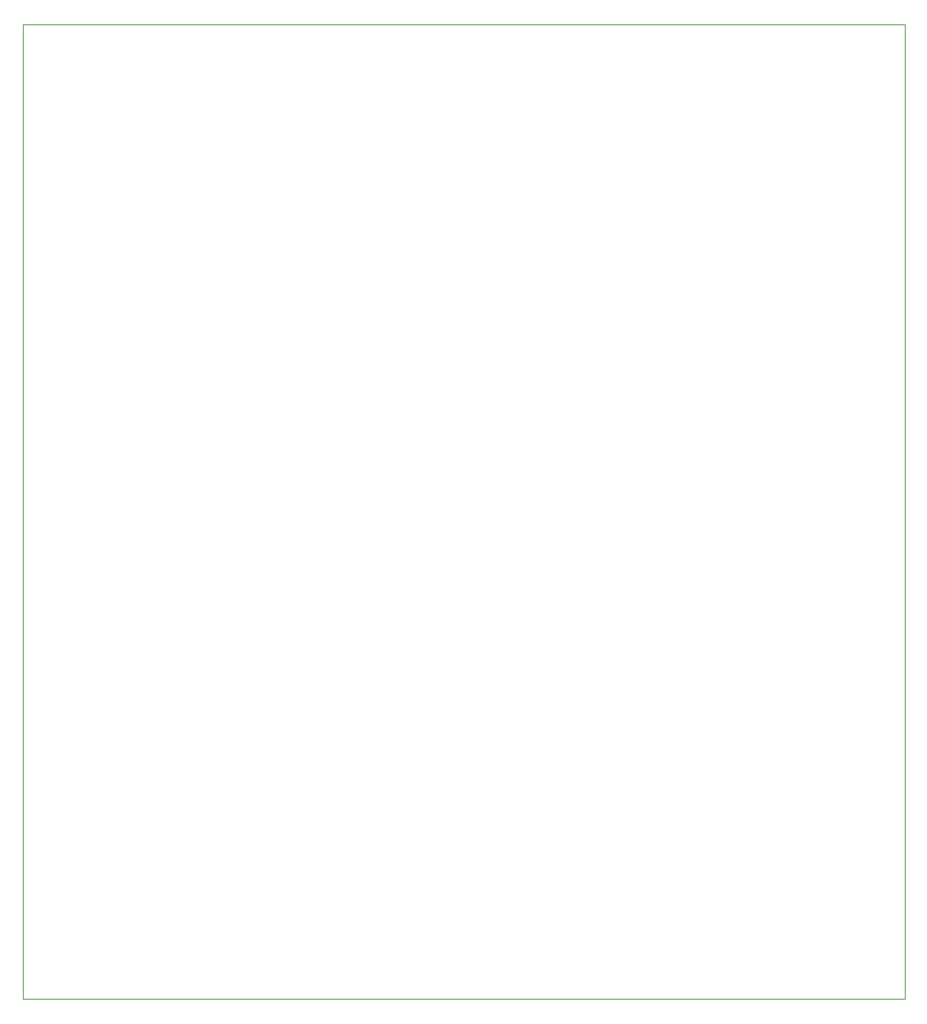
<source format=gbr>
%TF.GenerationSoftware,KiCad,Pcbnew,(5.1.9)-1*%
%TF.CreationDate,2021-04-02T06:19:05+03:00*%
%TF.ProjectId,fpga_hat,66706761-5f68-4617-942e-6b696361645f,rev?*%
%TF.SameCoordinates,Original*%
%TF.FileFunction,Profile,NP*%
%FSLAX46Y46*%
G04 Gerber Fmt 4.6, Leading zero omitted, Abs format (unit mm)*
G04 Created by KiCad (PCBNEW (5.1.9)-1) date 2021-04-02 06:19:05*
%MOMM*%
%LPD*%
G01*
G04 APERTURE LIST*
%TA.AperFunction,Profile*%
%ADD10C,0.100000*%
%TD*%
G04 APERTURE END LIST*
D10*
X161290000Y-38100000D02*
X161290000Y-146050000D01*
X63500000Y-38100000D02*
X161290000Y-38100000D01*
X63500000Y-146050000D02*
X63500000Y-38100000D01*
X161290000Y-146050000D02*
X63500000Y-146050000D01*
M02*

</source>
